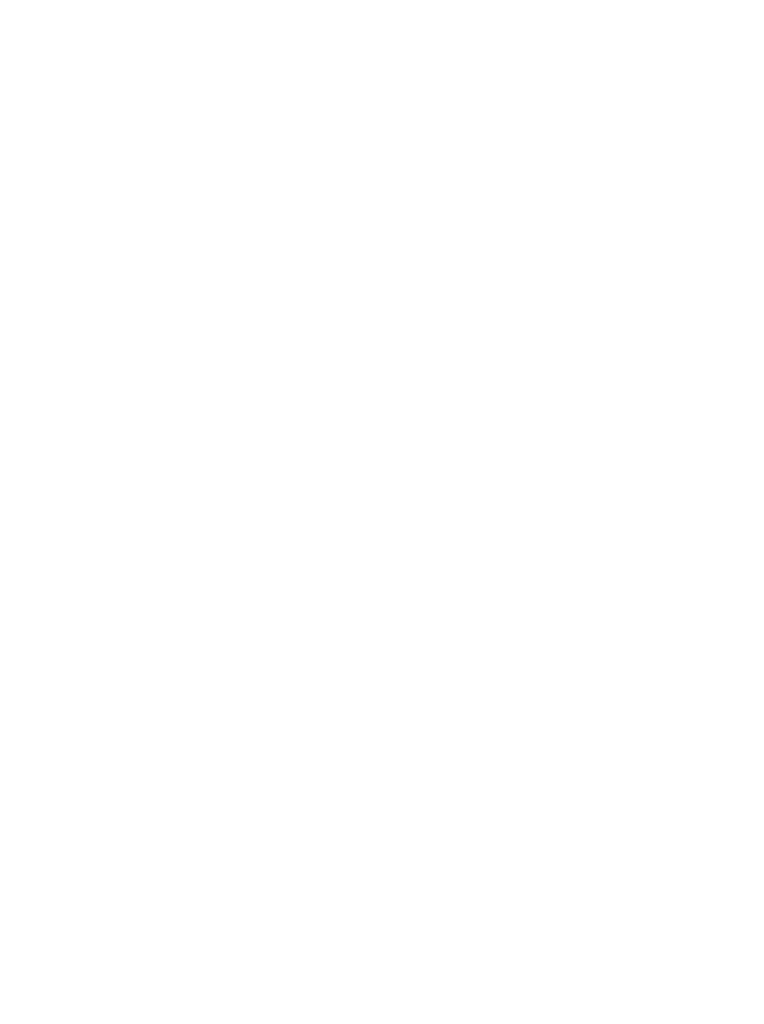
<source format=gts>
G04*
G04 #@! TF.GenerationSoftware,Altium Limited,Altium Designer,24.0.1 (36)*
G04*
G04 Layer_Color=8388736*
%FSLAX44Y44*%
%MOMM*%
G71*
G04*
G04 #@! TF.SameCoordinates,0A1429B2-28BD-4406-9712-C9141F762160*
G04*
G04*
G04 #@! TF.FilePolarity,Negative*
G04*
G01*
G75*
D12*
X1229750Y526150D02*
D03*
Y538850D02*
D03*
Y551550D02*
D03*
Y564250D02*
D03*
Y602350D02*
D03*
Y589650D02*
D03*
Y576950D02*
D03*
Y615050D02*
D03*
Y627750D02*
D03*
Y640450D02*
D03*
Y653150D02*
D03*
Y665850D02*
D03*
Y703950D02*
D03*
Y691250D02*
D03*
Y678550D02*
D03*
Y716650D02*
D03*
Y729350D02*
D03*
Y742050D02*
D03*
Y754750D02*
D03*
Y767450D02*
D03*
X1268750Y526150D02*
D03*
Y538850D02*
D03*
Y551550D02*
D03*
Y564250D02*
D03*
Y602350D02*
D03*
Y589650D02*
D03*
Y576950D02*
D03*
Y615050D02*
D03*
Y627750D02*
D03*
Y640450D02*
D03*
Y653150D02*
D03*
Y665850D02*
D03*
Y703950D02*
D03*
Y691250D02*
D03*
Y678550D02*
D03*
Y716650D02*
D03*
Y729350D02*
D03*
Y742050D02*
D03*
Y754750D02*
D03*
Y767450D02*
D03*
X838750Y526100D02*
D03*
Y538800D02*
D03*
Y551500D02*
D03*
Y564200D02*
D03*
Y602300D02*
D03*
Y589600D02*
D03*
Y576900D02*
D03*
Y615000D02*
D03*
Y627700D02*
D03*
Y640400D02*
D03*
Y653100D02*
D03*
Y665800D02*
D03*
Y703900D02*
D03*
Y691200D02*
D03*
Y678500D02*
D03*
Y716600D02*
D03*
Y729300D02*
D03*
Y742000D02*
D03*
Y754700D02*
D03*
Y767400D02*
D03*
X877750Y526100D02*
D03*
Y538800D02*
D03*
Y551500D02*
D03*
Y564200D02*
D03*
Y602300D02*
D03*
Y589600D02*
D03*
Y576900D02*
D03*
Y615000D02*
D03*
Y627700D02*
D03*
Y640400D02*
D03*
Y653100D02*
D03*
Y665800D02*
D03*
Y703900D02*
D03*
Y691200D02*
D03*
Y678500D02*
D03*
Y716600D02*
D03*
Y729300D02*
D03*
Y742000D02*
D03*
Y754700D02*
D03*
Y767400D02*
D03*
X1229750Y794750D02*
D03*
Y807450D02*
D03*
Y820150D02*
D03*
Y832850D02*
D03*
Y870950D02*
D03*
Y858250D02*
D03*
Y845550D02*
D03*
Y883650D02*
D03*
Y896350D02*
D03*
Y909050D02*
D03*
Y921750D02*
D03*
Y934450D02*
D03*
Y972550D02*
D03*
Y959850D02*
D03*
Y947150D02*
D03*
Y985250D02*
D03*
Y997950D02*
D03*
Y1010650D02*
D03*
Y1023350D02*
D03*
Y1036050D02*
D03*
X1268750Y794750D02*
D03*
Y807450D02*
D03*
Y820150D02*
D03*
Y832850D02*
D03*
Y870950D02*
D03*
Y858250D02*
D03*
Y845550D02*
D03*
Y883650D02*
D03*
Y896350D02*
D03*
Y909050D02*
D03*
Y921750D02*
D03*
Y934450D02*
D03*
Y972550D02*
D03*
Y959850D02*
D03*
Y947150D02*
D03*
Y985250D02*
D03*
Y997950D02*
D03*
Y1010650D02*
D03*
Y1023350D02*
D03*
Y1036050D02*
D03*
X838500Y794750D02*
D03*
Y807450D02*
D03*
Y820150D02*
D03*
Y832850D02*
D03*
Y870950D02*
D03*
Y858250D02*
D03*
Y845550D02*
D03*
Y883650D02*
D03*
Y896350D02*
D03*
Y909050D02*
D03*
Y921750D02*
D03*
Y934450D02*
D03*
Y972550D02*
D03*
Y959850D02*
D03*
Y947150D02*
D03*
Y985250D02*
D03*
Y997950D02*
D03*
Y1010650D02*
D03*
Y1023350D02*
D03*
Y1036050D02*
D03*
X877500Y794750D02*
D03*
Y807450D02*
D03*
Y820150D02*
D03*
Y832850D02*
D03*
Y870950D02*
D03*
Y858250D02*
D03*
Y845550D02*
D03*
Y883650D02*
D03*
Y896350D02*
D03*
Y909050D02*
D03*
Y921750D02*
D03*
Y934450D02*
D03*
Y972550D02*
D03*
Y959850D02*
D03*
Y947150D02*
D03*
Y985250D02*
D03*
Y997950D02*
D03*
Y1010650D02*
D03*
Y1023350D02*
D03*
Y1036050D02*
D03*
D13*
X677850Y761250D02*
D03*
X703250D02*
D03*
X677850Y735850D02*
D03*
X703250D02*
D03*
X677850Y710450D02*
D03*
X703250D02*
D03*
X677850Y685050D02*
D03*
X703250D02*
D03*
X677850Y659650D02*
D03*
X703250D02*
D03*
X677850Y634250D02*
D03*
X703250D02*
D03*
X677850Y608850D02*
D03*
X703250D02*
D03*
X677850Y583450D02*
D03*
X703250D02*
D03*
X677850Y558050D02*
D03*
X703250D02*
D03*
X677850Y532650D02*
D03*
X703250D02*
D03*
X677850Y507250D02*
D03*
X703250D02*
D03*
X677850Y481850D02*
D03*
X703250D02*
D03*
X677850Y456450D02*
D03*
X703250D02*
D03*
X677850Y431050D02*
D03*
X703250D02*
D03*
X677850Y405650D02*
D03*
X703250D02*
D03*
X677850Y380250D02*
D03*
X703250D02*
D03*
X677850Y354850D02*
D03*
X703250D02*
D03*
X677850Y329450D02*
D03*
X703250D02*
D03*
X677850Y304050D02*
D03*
X703250D02*
D03*
X677850Y278650D02*
D03*
X1405100Y759050D02*
D03*
X1430500D02*
D03*
X1405100Y733650D02*
D03*
X1430500D02*
D03*
X1405100Y708250D02*
D03*
X1430500D02*
D03*
X1405100Y682850D02*
D03*
X1430500D02*
D03*
X1405100Y657450D02*
D03*
X1430500D02*
D03*
X1405100Y632050D02*
D03*
X1430500D02*
D03*
X1405100Y606650D02*
D03*
X1430500D02*
D03*
X1405100Y581250D02*
D03*
X1430500D02*
D03*
X1405100Y555850D02*
D03*
X1430500D02*
D03*
X1405100Y530450D02*
D03*
X1430500D02*
D03*
X1405100Y505050D02*
D03*
X1430500D02*
D03*
X1405100Y479650D02*
D03*
X1430500D02*
D03*
X1405100Y454250D02*
D03*
X1430500D02*
D03*
X1405100Y428850D02*
D03*
X1430500D02*
D03*
X1405100Y403450D02*
D03*
X1430500D02*
D03*
X1405100Y378050D02*
D03*
X1430500D02*
D03*
X1405100Y352650D02*
D03*
X1430500D02*
D03*
X1405100Y327250D02*
D03*
X1430500D02*
D03*
X1405100Y301850D02*
D03*
X1430500D02*
D03*
X1405100Y276450D02*
D03*
X1404100Y1276200D02*
D03*
X1429500D02*
D03*
X1404100Y1250800D02*
D03*
X1429500D02*
D03*
X1404100Y1225400D02*
D03*
X1429500D02*
D03*
X1404100Y1200000D02*
D03*
X1429500D02*
D03*
X1404100Y1174600D02*
D03*
X1429500D02*
D03*
X1404100Y1149200D02*
D03*
X1429500D02*
D03*
X1404100Y1123800D02*
D03*
X1429500D02*
D03*
X1404100Y1098400D02*
D03*
X1429500D02*
D03*
X1404100Y1073000D02*
D03*
X1429500D02*
D03*
X1404100Y1047600D02*
D03*
X1429500D02*
D03*
X1404100Y1022200D02*
D03*
X1429500D02*
D03*
X1404100Y996800D02*
D03*
X1429500D02*
D03*
X1404100Y971400D02*
D03*
X1429500D02*
D03*
X1404100Y946000D02*
D03*
X1429500D02*
D03*
X1404100Y920600D02*
D03*
X1429500D02*
D03*
X1404100Y895200D02*
D03*
X1429500D02*
D03*
X1404100Y869800D02*
D03*
X1429500D02*
D03*
X1404100Y844400D02*
D03*
X1429500D02*
D03*
X1404100Y819000D02*
D03*
X1429500D02*
D03*
X1404100Y793600D02*
D03*
X676850Y1285050D02*
D03*
X702250D02*
D03*
X676850Y1259650D02*
D03*
X702250D02*
D03*
X676850Y1234250D02*
D03*
X702250D02*
D03*
X676850Y1208850D02*
D03*
X702250D02*
D03*
X676850Y1183450D02*
D03*
X702250D02*
D03*
X676850Y1158050D02*
D03*
X702250D02*
D03*
X676850Y1132650D02*
D03*
X702250D02*
D03*
X676850Y1107250D02*
D03*
X702250D02*
D03*
X676850Y1081850D02*
D03*
X702250D02*
D03*
X676850Y1056450D02*
D03*
X702250D02*
D03*
X676850Y1031050D02*
D03*
X702250D02*
D03*
X676850Y1005650D02*
D03*
X702250D02*
D03*
X676850Y980250D02*
D03*
X702250D02*
D03*
X676850Y954850D02*
D03*
X702250D02*
D03*
X676850Y929450D02*
D03*
X702250D02*
D03*
X676850Y904050D02*
D03*
X702250D02*
D03*
X676850Y878650D02*
D03*
X702250D02*
D03*
X676850Y853250D02*
D03*
X702250D02*
D03*
X676850Y827850D02*
D03*
X702250D02*
D03*
X676850Y802450D02*
D03*
D14*
X703250Y278650D02*
D03*
X1430500Y276450D02*
D03*
X1429500Y793600D02*
D03*
X702250Y802450D02*
D03*
M02*

</source>
